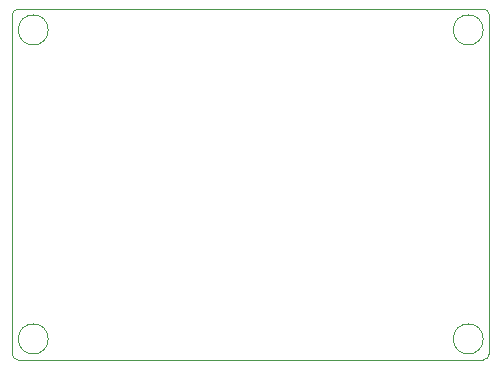
<source format=gm1>
%TF.GenerationSoftware,KiCad,Pcbnew,(5.1.6)-1*%
%TF.CreationDate,2020-07-20T22:25:38-05:00*%
%TF.ProjectId,Project 3 - BACEE_2_layer,50726f6a-6563-4742-9033-202d20424143,1*%
%TF.SameCoordinates,Original*%
%TF.FileFunction,Profile,NP*%
%FSLAX46Y46*%
G04 Gerber Fmt 4.6, Leading zero omitted, Abs format (unit mm)*
G04 Created by KiCad (PCBNEW (5.1.6)-1) date 2020-07-20 22:25:38*
%MOMM*%
%LPD*%
G01*
G04 APERTURE LIST*
%TA.AperFunction,Profile*%
%ADD10C,0.050000*%
%TD*%
G04 APERTURE END LIST*
D10*
X91694000Y-116840000D02*
G75*
G03*
X91694000Y-116840000I-1270000J0D01*
G01*
X91694000Y-90678000D02*
G75*
G03*
X91694000Y-90678000I-1270000J0D01*
G01*
X54864000Y-116840000D02*
G75*
G03*
X54864000Y-116840000I-1270000J0D01*
G01*
X54864000Y-90678000D02*
G75*
G03*
X54864000Y-90678000I-1270000J0D01*
G01*
X92202000Y-118110000D02*
X92202000Y-89408000D01*
X52324000Y-118618000D02*
X91694000Y-118618000D01*
X51816000Y-89408000D02*
X51816000Y-118110000D01*
X91694000Y-88900000D02*
X52324000Y-88900000D01*
X91694000Y-88900000D02*
G75*
G02*
X92202000Y-89408000I0J-508000D01*
G01*
X92202000Y-118110000D02*
G75*
G02*
X91694000Y-118618000I-508000J0D01*
G01*
X52324000Y-118618000D02*
G75*
G02*
X51816000Y-118110000I0J508000D01*
G01*
X51816000Y-89408000D02*
G75*
G02*
X52324000Y-88900000I508000J0D01*
G01*
M02*

</source>
